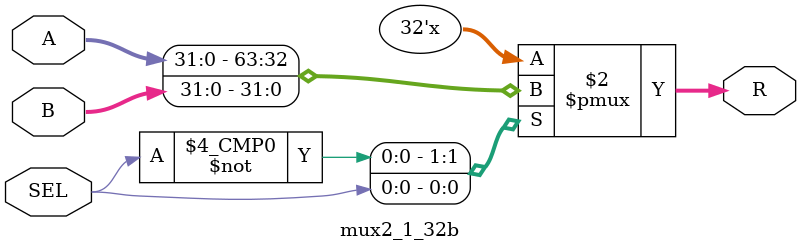
<source format=v>
`timescale 1ns/1ns
module mux2_1_32b (
	input [31:0] A, B,
	input SEL,
	output reg [31:0] R
);

	always @(*) begin
		case ( SEL )
			0: R <= A;
			1: R <= B;
		endcase
	end

endmodule // mux2_1_32b

</source>
